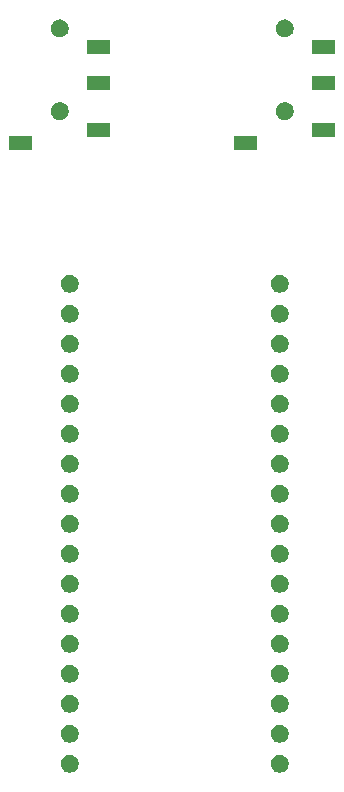
<source format=gts>
G04 #@! TF.GenerationSoftware,KiCad,Pcbnew,5.0.1-33cea8e~68~ubuntu18.04.1*
G04 #@! TF.CreationDate,2018-10-28T17:00:29+09:00*
G04 #@! TF.ProjectId,pendant,70656E64616E742E6B696361645F7063,rev?*
G04 #@! TF.SameCoordinates,Original*
G04 #@! TF.FileFunction,Soldermask,Top*
G04 #@! TF.FilePolarity,Negative*
%FSLAX46Y46*%
G04 Gerber Fmt 4.6, Leading zero omitted, Abs format (unit mm)*
G04 Created by KiCad (PCBNEW 5.0.1-33cea8e~68~ubuntu18.04.1) date 2018年10月28日 17時00分29秒*
%MOMM*%
%LPD*%
G01*
G04 APERTURE LIST*
%ADD10C,0.100000*%
G04 APERTURE END LIST*
D10*
G36*
X141988196Y-124352523D02*
X142037268Y-124362284D01*
X142175943Y-124419725D01*
X142300751Y-124503119D01*
X142406883Y-124609251D01*
X142490277Y-124734059D01*
X142547718Y-124872735D01*
X142577001Y-125019949D01*
X142577001Y-125170053D01*
X142547718Y-125317267D01*
X142490277Y-125455943D01*
X142406883Y-125580751D01*
X142300751Y-125686883D01*
X142300748Y-125686885D01*
X142175943Y-125770277D01*
X142037268Y-125827718D01*
X141988196Y-125837479D01*
X141890053Y-125857001D01*
X141739949Y-125857001D01*
X141641806Y-125837479D01*
X141592734Y-125827718D01*
X141454059Y-125770277D01*
X141329254Y-125686885D01*
X141329251Y-125686883D01*
X141223119Y-125580751D01*
X141139725Y-125455943D01*
X141082284Y-125317267D01*
X141053001Y-125170053D01*
X141053001Y-125019949D01*
X141082284Y-124872735D01*
X141139725Y-124734059D01*
X141223119Y-124609251D01*
X141329251Y-124503119D01*
X141454059Y-124419725D01*
X141592734Y-124362284D01*
X141641806Y-124352523D01*
X141739949Y-124333001D01*
X141890053Y-124333001D01*
X141988196Y-124352523D01*
X141988196Y-124352523D01*
G37*
G36*
X124208196Y-124352523D02*
X124257268Y-124362284D01*
X124395943Y-124419725D01*
X124520751Y-124503119D01*
X124626883Y-124609251D01*
X124710277Y-124734059D01*
X124767718Y-124872735D01*
X124797001Y-125019949D01*
X124797001Y-125170053D01*
X124767718Y-125317267D01*
X124710277Y-125455943D01*
X124626883Y-125580751D01*
X124520751Y-125686883D01*
X124520748Y-125686885D01*
X124395943Y-125770277D01*
X124257268Y-125827718D01*
X124208196Y-125837479D01*
X124110053Y-125857001D01*
X123959949Y-125857001D01*
X123861806Y-125837479D01*
X123812734Y-125827718D01*
X123674059Y-125770277D01*
X123549254Y-125686885D01*
X123549251Y-125686883D01*
X123443119Y-125580751D01*
X123359725Y-125455943D01*
X123302284Y-125317267D01*
X123273001Y-125170053D01*
X123273001Y-125019949D01*
X123302284Y-124872735D01*
X123359725Y-124734059D01*
X123443119Y-124609251D01*
X123549251Y-124503119D01*
X123674059Y-124419725D01*
X123812734Y-124362284D01*
X123861806Y-124352523D01*
X123959949Y-124333001D01*
X124110053Y-124333001D01*
X124208196Y-124352523D01*
X124208196Y-124352523D01*
G37*
G36*
X141988196Y-121812523D02*
X142037268Y-121822284D01*
X142175943Y-121879725D01*
X142300751Y-121963119D01*
X142406883Y-122069251D01*
X142490277Y-122194059D01*
X142547718Y-122332735D01*
X142577001Y-122479949D01*
X142577001Y-122630053D01*
X142547718Y-122777267D01*
X142490277Y-122915943D01*
X142406883Y-123040751D01*
X142300751Y-123146883D01*
X142300748Y-123146885D01*
X142175943Y-123230277D01*
X142037268Y-123287718D01*
X141988196Y-123297479D01*
X141890053Y-123317001D01*
X141739949Y-123317001D01*
X141641806Y-123297479D01*
X141592734Y-123287718D01*
X141454059Y-123230277D01*
X141329254Y-123146885D01*
X141329251Y-123146883D01*
X141223119Y-123040751D01*
X141139725Y-122915943D01*
X141082284Y-122777267D01*
X141053001Y-122630053D01*
X141053001Y-122479949D01*
X141082284Y-122332735D01*
X141139725Y-122194059D01*
X141223119Y-122069251D01*
X141329251Y-121963119D01*
X141454059Y-121879725D01*
X141592734Y-121822284D01*
X141641806Y-121812523D01*
X141739949Y-121793001D01*
X141890053Y-121793001D01*
X141988196Y-121812523D01*
X141988196Y-121812523D01*
G37*
G36*
X124208196Y-121812523D02*
X124257268Y-121822284D01*
X124395943Y-121879725D01*
X124520751Y-121963119D01*
X124626883Y-122069251D01*
X124710277Y-122194059D01*
X124767718Y-122332735D01*
X124797001Y-122479949D01*
X124797001Y-122630053D01*
X124767718Y-122777267D01*
X124710277Y-122915943D01*
X124626883Y-123040751D01*
X124520751Y-123146883D01*
X124520748Y-123146885D01*
X124395943Y-123230277D01*
X124257268Y-123287718D01*
X124208196Y-123297479D01*
X124110053Y-123317001D01*
X123959949Y-123317001D01*
X123861806Y-123297479D01*
X123812734Y-123287718D01*
X123674059Y-123230277D01*
X123549254Y-123146885D01*
X123549251Y-123146883D01*
X123443119Y-123040751D01*
X123359725Y-122915943D01*
X123302284Y-122777267D01*
X123273001Y-122630053D01*
X123273001Y-122479949D01*
X123302284Y-122332735D01*
X123359725Y-122194059D01*
X123443119Y-122069251D01*
X123549251Y-121963119D01*
X123674059Y-121879725D01*
X123812734Y-121822284D01*
X123861806Y-121812523D01*
X123959949Y-121793001D01*
X124110053Y-121793001D01*
X124208196Y-121812523D01*
X124208196Y-121812523D01*
G37*
G36*
X124208196Y-119272523D02*
X124257268Y-119282284D01*
X124395943Y-119339725D01*
X124520751Y-119423119D01*
X124626883Y-119529251D01*
X124710277Y-119654059D01*
X124767718Y-119792735D01*
X124797001Y-119939949D01*
X124797001Y-120090053D01*
X124767718Y-120237267D01*
X124710277Y-120375943D01*
X124626883Y-120500751D01*
X124520751Y-120606883D01*
X124520748Y-120606885D01*
X124395943Y-120690277D01*
X124257268Y-120747718D01*
X124208196Y-120757479D01*
X124110053Y-120777001D01*
X123959949Y-120777001D01*
X123861806Y-120757479D01*
X123812734Y-120747718D01*
X123674059Y-120690277D01*
X123549254Y-120606885D01*
X123549251Y-120606883D01*
X123443119Y-120500751D01*
X123359725Y-120375943D01*
X123302284Y-120237267D01*
X123273001Y-120090053D01*
X123273001Y-119939949D01*
X123302284Y-119792735D01*
X123359725Y-119654059D01*
X123443119Y-119529251D01*
X123549251Y-119423119D01*
X123674059Y-119339725D01*
X123812734Y-119282284D01*
X123861806Y-119272523D01*
X123959949Y-119253001D01*
X124110053Y-119253001D01*
X124208196Y-119272523D01*
X124208196Y-119272523D01*
G37*
G36*
X141988196Y-119272523D02*
X142037268Y-119282284D01*
X142175943Y-119339725D01*
X142300751Y-119423119D01*
X142406883Y-119529251D01*
X142490277Y-119654059D01*
X142547718Y-119792735D01*
X142577001Y-119939949D01*
X142577001Y-120090053D01*
X142547718Y-120237267D01*
X142490277Y-120375943D01*
X142406883Y-120500751D01*
X142300751Y-120606883D01*
X142300748Y-120606885D01*
X142175943Y-120690277D01*
X142037268Y-120747718D01*
X141988196Y-120757479D01*
X141890053Y-120777001D01*
X141739949Y-120777001D01*
X141641806Y-120757479D01*
X141592734Y-120747718D01*
X141454059Y-120690277D01*
X141329254Y-120606885D01*
X141329251Y-120606883D01*
X141223119Y-120500751D01*
X141139725Y-120375943D01*
X141082284Y-120237267D01*
X141053001Y-120090053D01*
X141053001Y-119939949D01*
X141082284Y-119792735D01*
X141139725Y-119654059D01*
X141223119Y-119529251D01*
X141329251Y-119423119D01*
X141454059Y-119339725D01*
X141592734Y-119282284D01*
X141641806Y-119272523D01*
X141739949Y-119253001D01*
X141890053Y-119253001D01*
X141988196Y-119272523D01*
X141988196Y-119272523D01*
G37*
G36*
X141988196Y-116732523D02*
X142037268Y-116742284D01*
X142175943Y-116799725D01*
X142300751Y-116883119D01*
X142406883Y-116989251D01*
X142490277Y-117114059D01*
X142547718Y-117252735D01*
X142577001Y-117399949D01*
X142577001Y-117550053D01*
X142547718Y-117697267D01*
X142490277Y-117835943D01*
X142406883Y-117960751D01*
X142300751Y-118066883D01*
X142300748Y-118066885D01*
X142175943Y-118150277D01*
X142037268Y-118207718D01*
X141988196Y-118217479D01*
X141890053Y-118237001D01*
X141739949Y-118237001D01*
X141641806Y-118217479D01*
X141592734Y-118207718D01*
X141454059Y-118150277D01*
X141329254Y-118066885D01*
X141329251Y-118066883D01*
X141223119Y-117960751D01*
X141139725Y-117835943D01*
X141082284Y-117697267D01*
X141053001Y-117550053D01*
X141053001Y-117399949D01*
X141082284Y-117252735D01*
X141139725Y-117114059D01*
X141223119Y-116989251D01*
X141329251Y-116883119D01*
X141454059Y-116799725D01*
X141592734Y-116742284D01*
X141641806Y-116732523D01*
X141739949Y-116713001D01*
X141890053Y-116713001D01*
X141988196Y-116732523D01*
X141988196Y-116732523D01*
G37*
G36*
X124208196Y-116732523D02*
X124257268Y-116742284D01*
X124395943Y-116799725D01*
X124520751Y-116883119D01*
X124626883Y-116989251D01*
X124710277Y-117114059D01*
X124767718Y-117252735D01*
X124797001Y-117399949D01*
X124797001Y-117550053D01*
X124767718Y-117697267D01*
X124710277Y-117835943D01*
X124626883Y-117960751D01*
X124520751Y-118066883D01*
X124520748Y-118066885D01*
X124395943Y-118150277D01*
X124257268Y-118207718D01*
X124208196Y-118217479D01*
X124110053Y-118237001D01*
X123959949Y-118237001D01*
X123861806Y-118217479D01*
X123812734Y-118207718D01*
X123674059Y-118150277D01*
X123549254Y-118066885D01*
X123549251Y-118066883D01*
X123443119Y-117960751D01*
X123359725Y-117835943D01*
X123302284Y-117697267D01*
X123273001Y-117550053D01*
X123273001Y-117399949D01*
X123302284Y-117252735D01*
X123359725Y-117114059D01*
X123443119Y-116989251D01*
X123549251Y-116883119D01*
X123674059Y-116799725D01*
X123812734Y-116742284D01*
X123861806Y-116732523D01*
X123959949Y-116713001D01*
X124110053Y-116713001D01*
X124208196Y-116732523D01*
X124208196Y-116732523D01*
G37*
G36*
X141988196Y-114192523D02*
X142037268Y-114202284D01*
X142175943Y-114259725D01*
X142300751Y-114343119D01*
X142406883Y-114449251D01*
X142490277Y-114574059D01*
X142547718Y-114712735D01*
X142577001Y-114859949D01*
X142577001Y-115010053D01*
X142547718Y-115157267D01*
X142490277Y-115295943D01*
X142406883Y-115420751D01*
X142300751Y-115526883D01*
X142300748Y-115526885D01*
X142175943Y-115610277D01*
X142037268Y-115667718D01*
X141988196Y-115677479D01*
X141890053Y-115697001D01*
X141739949Y-115697001D01*
X141641806Y-115677479D01*
X141592734Y-115667718D01*
X141454059Y-115610277D01*
X141329254Y-115526885D01*
X141329251Y-115526883D01*
X141223119Y-115420751D01*
X141139725Y-115295943D01*
X141082284Y-115157267D01*
X141053001Y-115010053D01*
X141053001Y-114859949D01*
X141082284Y-114712735D01*
X141139725Y-114574059D01*
X141223119Y-114449251D01*
X141329251Y-114343119D01*
X141454059Y-114259725D01*
X141592734Y-114202284D01*
X141641806Y-114192523D01*
X141739949Y-114173001D01*
X141890053Y-114173001D01*
X141988196Y-114192523D01*
X141988196Y-114192523D01*
G37*
G36*
X124208196Y-114192523D02*
X124257268Y-114202284D01*
X124395943Y-114259725D01*
X124520751Y-114343119D01*
X124626883Y-114449251D01*
X124710277Y-114574059D01*
X124767718Y-114712735D01*
X124797001Y-114859949D01*
X124797001Y-115010053D01*
X124767718Y-115157267D01*
X124710277Y-115295943D01*
X124626883Y-115420751D01*
X124520751Y-115526883D01*
X124520748Y-115526885D01*
X124395943Y-115610277D01*
X124257268Y-115667718D01*
X124208196Y-115677479D01*
X124110053Y-115697001D01*
X123959949Y-115697001D01*
X123861806Y-115677479D01*
X123812734Y-115667718D01*
X123674059Y-115610277D01*
X123549254Y-115526885D01*
X123549251Y-115526883D01*
X123443119Y-115420751D01*
X123359725Y-115295943D01*
X123302284Y-115157267D01*
X123273001Y-115010053D01*
X123273001Y-114859949D01*
X123302284Y-114712735D01*
X123359725Y-114574059D01*
X123443119Y-114449251D01*
X123549251Y-114343119D01*
X123674059Y-114259725D01*
X123812734Y-114202284D01*
X123861806Y-114192523D01*
X123959949Y-114173001D01*
X124110053Y-114173001D01*
X124208196Y-114192523D01*
X124208196Y-114192523D01*
G37*
G36*
X141988196Y-111652523D02*
X142037268Y-111662284D01*
X142175943Y-111719725D01*
X142300751Y-111803119D01*
X142406883Y-111909251D01*
X142490277Y-112034059D01*
X142547718Y-112172735D01*
X142577001Y-112319949D01*
X142577001Y-112470053D01*
X142547718Y-112617267D01*
X142490277Y-112755943D01*
X142406883Y-112880751D01*
X142300751Y-112986883D01*
X142300748Y-112986885D01*
X142175943Y-113070277D01*
X142037268Y-113127718D01*
X141988196Y-113137479D01*
X141890053Y-113157001D01*
X141739949Y-113157001D01*
X141641806Y-113137479D01*
X141592734Y-113127718D01*
X141454059Y-113070277D01*
X141329254Y-112986885D01*
X141329251Y-112986883D01*
X141223119Y-112880751D01*
X141139725Y-112755943D01*
X141082284Y-112617267D01*
X141053001Y-112470053D01*
X141053001Y-112319949D01*
X141082284Y-112172735D01*
X141139725Y-112034059D01*
X141223119Y-111909251D01*
X141329251Y-111803119D01*
X141454059Y-111719725D01*
X141592734Y-111662284D01*
X141641806Y-111652523D01*
X141739949Y-111633001D01*
X141890053Y-111633001D01*
X141988196Y-111652523D01*
X141988196Y-111652523D01*
G37*
G36*
X124208196Y-111652523D02*
X124257268Y-111662284D01*
X124395943Y-111719725D01*
X124520751Y-111803119D01*
X124626883Y-111909251D01*
X124710277Y-112034059D01*
X124767718Y-112172735D01*
X124797001Y-112319949D01*
X124797001Y-112470053D01*
X124767718Y-112617267D01*
X124710277Y-112755943D01*
X124626883Y-112880751D01*
X124520751Y-112986883D01*
X124520748Y-112986885D01*
X124395943Y-113070277D01*
X124257268Y-113127718D01*
X124208196Y-113137479D01*
X124110053Y-113157001D01*
X123959949Y-113157001D01*
X123861806Y-113137479D01*
X123812734Y-113127718D01*
X123674059Y-113070277D01*
X123549254Y-112986885D01*
X123549251Y-112986883D01*
X123443119Y-112880751D01*
X123359725Y-112755943D01*
X123302284Y-112617267D01*
X123273001Y-112470053D01*
X123273001Y-112319949D01*
X123302284Y-112172735D01*
X123359725Y-112034059D01*
X123443119Y-111909251D01*
X123549251Y-111803119D01*
X123674059Y-111719725D01*
X123812734Y-111662284D01*
X123861806Y-111652523D01*
X123959949Y-111633001D01*
X124110053Y-111633001D01*
X124208196Y-111652523D01*
X124208196Y-111652523D01*
G37*
G36*
X124208196Y-109112523D02*
X124257268Y-109122284D01*
X124395943Y-109179725D01*
X124520751Y-109263119D01*
X124626883Y-109369251D01*
X124710277Y-109494059D01*
X124767718Y-109632735D01*
X124797001Y-109779949D01*
X124797001Y-109930053D01*
X124767718Y-110077267D01*
X124710277Y-110215943D01*
X124626883Y-110340751D01*
X124520751Y-110446883D01*
X124520748Y-110446885D01*
X124395943Y-110530277D01*
X124257268Y-110587718D01*
X124208196Y-110597479D01*
X124110053Y-110617001D01*
X123959949Y-110617001D01*
X123861806Y-110597479D01*
X123812734Y-110587718D01*
X123674059Y-110530277D01*
X123549254Y-110446885D01*
X123549251Y-110446883D01*
X123443119Y-110340751D01*
X123359725Y-110215943D01*
X123302284Y-110077267D01*
X123273001Y-109930053D01*
X123273001Y-109779949D01*
X123302284Y-109632735D01*
X123359725Y-109494059D01*
X123443119Y-109369251D01*
X123549251Y-109263119D01*
X123674059Y-109179725D01*
X123812734Y-109122284D01*
X123861806Y-109112523D01*
X123959949Y-109093001D01*
X124110053Y-109093001D01*
X124208196Y-109112523D01*
X124208196Y-109112523D01*
G37*
G36*
X141988196Y-109112523D02*
X142037268Y-109122284D01*
X142175943Y-109179725D01*
X142300751Y-109263119D01*
X142406883Y-109369251D01*
X142490277Y-109494059D01*
X142547718Y-109632735D01*
X142577001Y-109779949D01*
X142577001Y-109930053D01*
X142547718Y-110077267D01*
X142490277Y-110215943D01*
X142406883Y-110340751D01*
X142300751Y-110446883D01*
X142300748Y-110446885D01*
X142175943Y-110530277D01*
X142037268Y-110587718D01*
X141988196Y-110597479D01*
X141890053Y-110617001D01*
X141739949Y-110617001D01*
X141641806Y-110597479D01*
X141592734Y-110587718D01*
X141454059Y-110530277D01*
X141329254Y-110446885D01*
X141329251Y-110446883D01*
X141223119Y-110340751D01*
X141139725Y-110215943D01*
X141082284Y-110077267D01*
X141053001Y-109930053D01*
X141053001Y-109779949D01*
X141082284Y-109632735D01*
X141139725Y-109494059D01*
X141223119Y-109369251D01*
X141329251Y-109263119D01*
X141454059Y-109179725D01*
X141592734Y-109122284D01*
X141641806Y-109112523D01*
X141739949Y-109093001D01*
X141890053Y-109093001D01*
X141988196Y-109112523D01*
X141988196Y-109112523D01*
G37*
G36*
X124208196Y-106572523D02*
X124257268Y-106582284D01*
X124395943Y-106639725D01*
X124520751Y-106723119D01*
X124626883Y-106829251D01*
X124710277Y-106954059D01*
X124767718Y-107092735D01*
X124797001Y-107239949D01*
X124797001Y-107390053D01*
X124767718Y-107537267D01*
X124710277Y-107675943D01*
X124626883Y-107800751D01*
X124520751Y-107906883D01*
X124520748Y-107906885D01*
X124395943Y-107990277D01*
X124257268Y-108047718D01*
X124208196Y-108057479D01*
X124110053Y-108077001D01*
X123959949Y-108077001D01*
X123861806Y-108057479D01*
X123812734Y-108047718D01*
X123674059Y-107990277D01*
X123549254Y-107906885D01*
X123549251Y-107906883D01*
X123443119Y-107800751D01*
X123359725Y-107675943D01*
X123302284Y-107537267D01*
X123273001Y-107390053D01*
X123273001Y-107239949D01*
X123302284Y-107092735D01*
X123359725Y-106954059D01*
X123443119Y-106829251D01*
X123549251Y-106723119D01*
X123674059Y-106639725D01*
X123812734Y-106582284D01*
X123861806Y-106572523D01*
X123959949Y-106553001D01*
X124110053Y-106553001D01*
X124208196Y-106572523D01*
X124208196Y-106572523D01*
G37*
G36*
X141988196Y-106572523D02*
X142037268Y-106582284D01*
X142175943Y-106639725D01*
X142300751Y-106723119D01*
X142406883Y-106829251D01*
X142490277Y-106954059D01*
X142547718Y-107092735D01*
X142577001Y-107239949D01*
X142577001Y-107390053D01*
X142547718Y-107537267D01*
X142490277Y-107675943D01*
X142406883Y-107800751D01*
X142300751Y-107906883D01*
X142300748Y-107906885D01*
X142175943Y-107990277D01*
X142037268Y-108047718D01*
X141988196Y-108057479D01*
X141890053Y-108077001D01*
X141739949Y-108077001D01*
X141641806Y-108057479D01*
X141592734Y-108047718D01*
X141454059Y-107990277D01*
X141329254Y-107906885D01*
X141329251Y-107906883D01*
X141223119Y-107800751D01*
X141139725Y-107675943D01*
X141082284Y-107537267D01*
X141053001Y-107390053D01*
X141053001Y-107239949D01*
X141082284Y-107092735D01*
X141139725Y-106954059D01*
X141223119Y-106829251D01*
X141329251Y-106723119D01*
X141454059Y-106639725D01*
X141592734Y-106582284D01*
X141641806Y-106572523D01*
X141739949Y-106553001D01*
X141890053Y-106553001D01*
X141988196Y-106572523D01*
X141988196Y-106572523D01*
G37*
G36*
X141988196Y-104032523D02*
X142037268Y-104042284D01*
X142175943Y-104099725D01*
X142300751Y-104183119D01*
X142406883Y-104289251D01*
X142490277Y-104414059D01*
X142547718Y-104552735D01*
X142577001Y-104699949D01*
X142577001Y-104850053D01*
X142547718Y-104997267D01*
X142490277Y-105135943D01*
X142406883Y-105260751D01*
X142300751Y-105366883D01*
X142300748Y-105366885D01*
X142175943Y-105450277D01*
X142037268Y-105507718D01*
X141988196Y-105517479D01*
X141890053Y-105537001D01*
X141739949Y-105537001D01*
X141641806Y-105517479D01*
X141592734Y-105507718D01*
X141454059Y-105450277D01*
X141329254Y-105366885D01*
X141329251Y-105366883D01*
X141223119Y-105260751D01*
X141139725Y-105135943D01*
X141082284Y-104997267D01*
X141053001Y-104850053D01*
X141053001Y-104699949D01*
X141082284Y-104552735D01*
X141139725Y-104414059D01*
X141223119Y-104289251D01*
X141329251Y-104183119D01*
X141454059Y-104099725D01*
X141592734Y-104042284D01*
X141641806Y-104032523D01*
X141739949Y-104013001D01*
X141890053Y-104013001D01*
X141988196Y-104032523D01*
X141988196Y-104032523D01*
G37*
G36*
X124208196Y-104032523D02*
X124257268Y-104042284D01*
X124395943Y-104099725D01*
X124520751Y-104183119D01*
X124626883Y-104289251D01*
X124710277Y-104414059D01*
X124767718Y-104552735D01*
X124797001Y-104699949D01*
X124797001Y-104850053D01*
X124767718Y-104997267D01*
X124710277Y-105135943D01*
X124626883Y-105260751D01*
X124520751Y-105366883D01*
X124520748Y-105366885D01*
X124395943Y-105450277D01*
X124257268Y-105507718D01*
X124208196Y-105517479D01*
X124110053Y-105537001D01*
X123959949Y-105537001D01*
X123861806Y-105517479D01*
X123812734Y-105507718D01*
X123674059Y-105450277D01*
X123549254Y-105366885D01*
X123549251Y-105366883D01*
X123443119Y-105260751D01*
X123359725Y-105135943D01*
X123302284Y-104997267D01*
X123273001Y-104850053D01*
X123273001Y-104699949D01*
X123302284Y-104552735D01*
X123359725Y-104414059D01*
X123443119Y-104289251D01*
X123549251Y-104183119D01*
X123674059Y-104099725D01*
X123812734Y-104042284D01*
X123861806Y-104032523D01*
X123959949Y-104013001D01*
X124110053Y-104013001D01*
X124208196Y-104032523D01*
X124208196Y-104032523D01*
G37*
G36*
X124208196Y-101492523D02*
X124257268Y-101502284D01*
X124395943Y-101559725D01*
X124520751Y-101643119D01*
X124626883Y-101749251D01*
X124710277Y-101874059D01*
X124767718Y-102012735D01*
X124797001Y-102159949D01*
X124797001Y-102310053D01*
X124767718Y-102457267D01*
X124710277Y-102595943D01*
X124626883Y-102720751D01*
X124520751Y-102826883D01*
X124520748Y-102826885D01*
X124395943Y-102910277D01*
X124257268Y-102967718D01*
X124208196Y-102977479D01*
X124110053Y-102997001D01*
X123959949Y-102997001D01*
X123861806Y-102977479D01*
X123812734Y-102967718D01*
X123674059Y-102910277D01*
X123549254Y-102826885D01*
X123549251Y-102826883D01*
X123443119Y-102720751D01*
X123359725Y-102595943D01*
X123302284Y-102457267D01*
X123273001Y-102310053D01*
X123273001Y-102159949D01*
X123302284Y-102012735D01*
X123359725Y-101874059D01*
X123443119Y-101749251D01*
X123549251Y-101643119D01*
X123674059Y-101559725D01*
X123812734Y-101502284D01*
X123861806Y-101492523D01*
X123959949Y-101473001D01*
X124110053Y-101473001D01*
X124208196Y-101492523D01*
X124208196Y-101492523D01*
G37*
G36*
X141988196Y-101492523D02*
X142037268Y-101502284D01*
X142175943Y-101559725D01*
X142300751Y-101643119D01*
X142406883Y-101749251D01*
X142490277Y-101874059D01*
X142547718Y-102012735D01*
X142577001Y-102159949D01*
X142577001Y-102310053D01*
X142547718Y-102457267D01*
X142490277Y-102595943D01*
X142406883Y-102720751D01*
X142300751Y-102826883D01*
X142300748Y-102826885D01*
X142175943Y-102910277D01*
X142037268Y-102967718D01*
X141988196Y-102977479D01*
X141890053Y-102997001D01*
X141739949Y-102997001D01*
X141641806Y-102977479D01*
X141592734Y-102967718D01*
X141454059Y-102910277D01*
X141329254Y-102826885D01*
X141329251Y-102826883D01*
X141223119Y-102720751D01*
X141139725Y-102595943D01*
X141082284Y-102457267D01*
X141053001Y-102310053D01*
X141053001Y-102159949D01*
X141082284Y-102012735D01*
X141139725Y-101874059D01*
X141223119Y-101749251D01*
X141329251Y-101643119D01*
X141454059Y-101559725D01*
X141592734Y-101502284D01*
X141641806Y-101492523D01*
X141739949Y-101473001D01*
X141890053Y-101473001D01*
X141988196Y-101492523D01*
X141988196Y-101492523D01*
G37*
G36*
X124208196Y-98952523D02*
X124257268Y-98962284D01*
X124395943Y-99019725D01*
X124520751Y-99103119D01*
X124626883Y-99209251D01*
X124710277Y-99334059D01*
X124767718Y-99472735D01*
X124797001Y-99619949D01*
X124797001Y-99770053D01*
X124767718Y-99917267D01*
X124710277Y-100055943D01*
X124626883Y-100180751D01*
X124520751Y-100286883D01*
X124520748Y-100286885D01*
X124395943Y-100370277D01*
X124257268Y-100427718D01*
X124208196Y-100437479D01*
X124110053Y-100457001D01*
X123959949Y-100457001D01*
X123861806Y-100437479D01*
X123812734Y-100427718D01*
X123674059Y-100370277D01*
X123549254Y-100286885D01*
X123549251Y-100286883D01*
X123443119Y-100180751D01*
X123359725Y-100055943D01*
X123302284Y-99917267D01*
X123273001Y-99770053D01*
X123273001Y-99619949D01*
X123302284Y-99472735D01*
X123359725Y-99334059D01*
X123443119Y-99209251D01*
X123549251Y-99103119D01*
X123674059Y-99019725D01*
X123812734Y-98962284D01*
X123861806Y-98952523D01*
X123959949Y-98933001D01*
X124110053Y-98933001D01*
X124208196Y-98952523D01*
X124208196Y-98952523D01*
G37*
G36*
X141988196Y-98952523D02*
X142037268Y-98962284D01*
X142175943Y-99019725D01*
X142300751Y-99103119D01*
X142406883Y-99209251D01*
X142490277Y-99334059D01*
X142547718Y-99472735D01*
X142577001Y-99619949D01*
X142577001Y-99770053D01*
X142547718Y-99917267D01*
X142490277Y-100055943D01*
X142406883Y-100180751D01*
X142300751Y-100286883D01*
X142300748Y-100286885D01*
X142175943Y-100370277D01*
X142037268Y-100427718D01*
X141988196Y-100437479D01*
X141890053Y-100457001D01*
X141739949Y-100457001D01*
X141641806Y-100437479D01*
X141592734Y-100427718D01*
X141454059Y-100370277D01*
X141329254Y-100286885D01*
X141329251Y-100286883D01*
X141223119Y-100180751D01*
X141139725Y-100055943D01*
X141082284Y-99917267D01*
X141053001Y-99770053D01*
X141053001Y-99619949D01*
X141082284Y-99472735D01*
X141139725Y-99334059D01*
X141223119Y-99209251D01*
X141329251Y-99103119D01*
X141454059Y-99019725D01*
X141592734Y-98962284D01*
X141641806Y-98952523D01*
X141739949Y-98933001D01*
X141890053Y-98933001D01*
X141988196Y-98952523D01*
X141988196Y-98952523D01*
G37*
G36*
X124208196Y-96412523D02*
X124257268Y-96422284D01*
X124395943Y-96479725D01*
X124520751Y-96563119D01*
X124626883Y-96669251D01*
X124710277Y-96794059D01*
X124767718Y-96932735D01*
X124797001Y-97079949D01*
X124797001Y-97230053D01*
X124767718Y-97377267D01*
X124710277Y-97515943D01*
X124626883Y-97640751D01*
X124520751Y-97746883D01*
X124520748Y-97746885D01*
X124395943Y-97830277D01*
X124257268Y-97887718D01*
X124208196Y-97897479D01*
X124110053Y-97917001D01*
X123959949Y-97917001D01*
X123861806Y-97897479D01*
X123812734Y-97887718D01*
X123674059Y-97830277D01*
X123549254Y-97746885D01*
X123549251Y-97746883D01*
X123443119Y-97640751D01*
X123359725Y-97515943D01*
X123302284Y-97377267D01*
X123273001Y-97230053D01*
X123273001Y-97079949D01*
X123302284Y-96932735D01*
X123359725Y-96794059D01*
X123443119Y-96669251D01*
X123549251Y-96563119D01*
X123674059Y-96479725D01*
X123812734Y-96422284D01*
X123861806Y-96412523D01*
X123959949Y-96393001D01*
X124110053Y-96393001D01*
X124208196Y-96412523D01*
X124208196Y-96412523D01*
G37*
G36*
X141988196Y-96412523D02*
X142037268Y-96422284D01*
X142175943Y-96479725D01*
X142300751Y-96563119D01*
X142406883Y-96669251D01*
X142490277Y-96794059D01*
X142547718Y-96932735D01*
X142577001Y-97079949D01*
X142577001Y-97230053D01*
X142547718Y-97377267D01*
X142490277Y-97515943D01*
X142406883Y-97640751D01*
X142300751Y-97746883D01*
X142300748Y-97746885D01*
X142175943Y-97830277D01*
X142037268Y-97887718D01*
X141988196Y-97897479D01*
X141890053Y-97917001D01*
X141739949Y-97917001D01*
X141641806Y-97897479D01*
X141592734Y-97887718D01*
X141454059Y-97830277D01*
X141329254Y-97746885D01*
X141329251Y-97746883D01*
X141223119Y-97640751D01*
X141139725Y-97515943D01*
X141082284Y-97377267D01*
X141053001Y-97230053D01*
X141053001Y-97079949D01*
X141082284Y-96932735D01*
X141139725Y-96794059D01*
X141223119Y-96669251D01*
X141329251Y-96563119D01*
X141454059Y-96479725D01*
X141592734Y-96422284D01*
X141641806Y-96412523D01*
X141739949Y-96393001D01*
X141890053Y-96393001D01*
X141988196Y-96412523D01*
X141988196Y-96412523D01*
G37*
G36*
X141988196Y-93872523D02*
X142037268Y-93882284D01*
X142175943Y-93939725D01*
X142300751Y-94023119D01*
X142406883Y-94129251D01*
X142490277Y-94254059D01*
X142547718Y-94392735D01*
X142577001Y-94539949D01*
X142577001Y-94690053D01*
X142547718Y-94837267D01*
X142490277Y-94975943D01*
X142406883Y-95100751D01*
X142300751Y-95206883D01*
X142300748Y-95206885D01*
X142175943Y-95290277D01*
X142037268Y-95347718D01*
X141988196Y-95357479D01*
X141890053Y-95377001D01*
X141739949Y-95377001D01*
X141641806Y-95357479D01*
X141592734Y-95347718D01*
X141454059Y-95290277D01*
X141329254Y-95206885D01*
X141329251Y-95206883D01*
X141223119Y-95100751D01*
X141139725Y-94975943D01*
X141082284Y-94837267D01*
X141053001Y-94690053D01*
X141053001Y-94539949D01*
X141082284Y-94392735D01*
X141139725Y-94254059D01*
X141223119Y-94129251D01*
X141329251Y-94023119D01*
X141454059Y-93939725D01*
X141592734Y-93882284D01*
X141641806Y-93872523D01*
X141739949Y-93853001D01*
X141890053Y-93853001D01*
X141988196Y-93872523D01*
X141988196Y-93872523D01*
G37*
G36*
X124208196Y-93872523D02*
X124257268Y-93882284D01*
X124395943Y-93939725D01*
X124520751Y-94023119D01*
X124626883Y-94129251D01*
X124710277Y-94254059D01*
X124767718Y-94392735D01*
X124797001Y-94539949D01*
X124797001Y-94690053D01*
X124767718Y-94837267D01*
X124710277Y-94975943D01*
X124626883Y-95100751D01*
X124520751Y-95206883D01*
X124520748Y-95206885D01*
X124395943Y-95290277D01*
X124257268Y-95347718D01*
X124208196Y-95357479D01*
X124110053Y-95377001D01*
X123959949Y-95377001D01*
X123861806Y-95357479D01*
X123812734Y-95347718D01*
X123674059Y-95290277D01*
X123549254Y-95206885D01*
X123549251Y-95206883D01*
X123443119Y-95100751D01*
X123359725Y-94975943D01*
X123302284Y-94837267D01*
X123273001Y-94690053D01*
X123273001Y-94539949D01*
X123302284Y-94392735D01*
X123359725Y-94254059D01*
X123443119Y-94129251D01*
X123549251Y-94023119D01*
X123674059Y-93939725D01*
X123812734Y-93882284D01*
X123861806Y-93872523D01*
X123959949Y-93853001D01*
X124110053Y-93853001D01*
X124208196Y-93872523D01*
X124208196Y-93872523D01*
G37*
G36*
X124208196Y-91332523D02*
X124257268Y-91342284D01*
X124395943Y-91399725D01*
X124520751Y-91483119D01*
X124626883Y-91589251D01*
X124710277Y-91714059D01*
X124767718Y-91852735D01*
X124797001Y-91999949D01*
X124797001Y-92150053D01*
X124767718Y-92297267D01*
X124710277Y-92435943D01*
X124626883Y-92560751D01*
X124520751Y-92666883D01*
X124520748Y-92666885D01*
X124395943Y-92750277D01*
X124257268Y-92807718D01*
X124208196Y-92817479D01*
X124110053Y-92837001D01*
X123959949Y-92837001D01*
X123861806Y-92817479D01*
X123812734Y-92807718D01*
X123674059Y-92750277D01*
X123549254Y-92666885D01*
X123549251Y-92666883D01*
X123443119Y-92560751D01*
X123359725Y-92435943D01*
X123302284Y-92297267D01*
X123273001Y-92150053D01*
X123273001Y-91999949D01*
X123302284Y-91852735D01*
X123359725Y-91714059D01*
X123443119Y-91589251D01*
X123549251Y-91483119D01*
X123674059Y-91399725D01*
X123812734Y-91342284D01*
X123861806Y-91332523D01*
X123959949Y-91313001D01*
X124110053Y-91313001D01*
X124208196Y-91332523D01*
X124208196Y-91332523D01*
G37*
G36*
X141988196Y-91332523D02*
X142037268Y-91342284D01*
X142175943Y-91399725D01*
X142300751Y-91483119D01*
X142406883Y-91589251D01*
X142490277Y-91714059D01*
X142547718Y-91852735D01*
X142577001Y-91999949D01*
X142577001Y-92150053D01*
X142547718Y-92297267D01*
X142490277Y-92435943D01*
X142406883Y-92560751D01*
X142300751Y-92666883D01*
X142300748Y-92666885D01*
X142175943Y-92750277D01*
X142037268Y-92807718D01*
X141988196Y-92817479D01*
X141890053Y-92837001D01*
X141739949Y-92837001D01*
X141641806Y-92817479D01*
X141592734Y-92807718D01*
X141454059Y-92750277D01*
X141329254Y-92666885D01*
X141329251Y-92666883D01*
X141223119Y-92560751D01*
X141139725Y-92435943D01*
X141082284Y-92297267D01*
X141053001Y-92150053D01*
X141053001Y-91999949D01*
X141082284Y-91852735D01*
X141139725Y-91714059D01*
X141223119Y-91589251D01*
X141329251Y-91483119D01*
X141454059Y-91399725D01*
X141592734Y-91342284D01*
X141641806Y-91332523D01*
X141739949Y-91313001D01*
X141890053Y-91313001D01*
X141988196Y-91332523D01*
X141988196Y-91332523D01*
G37*
G36*
X124208196Y-88792523D02*
X124257268Y-88802284D01*
X124395943Y-88859725D01*
X124520751Y-88943119D01*
X124626883Y-89049251D01*
X124710277Y-89174059D01*
X124767718Y-89312735D01*
X124797001Y-89459949D01*
X124797001Y-89610053D01*
X124767718Y-89757267D01*
X124710277Y-89895943D01*
X124626883Y-90020751D01*
X124520751Y-90126883D01*
X124520748Y-90126885D01*
X124395943Y-90210277D01*
X124257268Y-90267718D01*
X124208196Y-90277479D01*
X124110053Y-90297001D01*
X123959949Y-90297001D01*
X123861806Y-90277479D01*
X123812734Y-90267718D01*
X123674059Y-90210277D01*
X123549254Y-90126885D01*
X123549251Y-90126883D01*
X123443119Y-90020751D01*
X123359725Y-89895943D01*
X123302284Y-89757267D01*
X123273001Y-89610053D01*
X123273001Y-89459949D01*
X123302284Y-89312735D01*
X123359725Y-89174059D01*
X123443119Y-89049251D01*
X123549251Y-88943119D01*
X123674059Y-88859725D01*
X123812734Y-88802284D01*
X123861806Y-88792523D01*
X123959949Y-88773001D01*
X124110053Y-88773001D01*
X124208196Y-88792523D01*
X124208196Y-88792523D01*
G37*
G36*
X141988196Y-88792523D02*
X142037268Y-88802284D01*
X142175943Y-88859725D01*
X142300751Y-88943119D01*
X142406883Y-89049251D01*
X142490277Y-89174059D01*
X142547718Y-89312735D01*
X142577001Y-89459949D01*
X142577001Y-89610053D01*
X142547718Y-89757267D01*
X142490277Y-89895943D01*
X142406883Y-90020751D01*
X142300751Y-90126883D01*
X142300748Y-90126885D01*
X142175943Y-90210277D01*
X142037268Y-90267718D01*
X141988196Y-90277479D01*
X141890053Y-90297001D01*
X141739949Y-90297001D01*
X141641806Y-90277479D01*
X141592734Y-90267718D01*
X141454059Y-90210277D01*
X141329254Y-90126885D01*
X141329251Y-90126883D01*
X141223119Y-90020751D01*
X141139725Y-89895943D01*
X141082284Y-89757267D01*
X141053001Y-89610053D01*
X141053001Y-89459949D01*
X141082284Y-89312735D01*
X141139725Y-89174059D01*
X141223119Y-89049251D01*
X141329251Y-88943119D01*
X141454059Y-88859725D01*
X141592734Y-88802284D01*
X141641806Y-88792523D01*
X141739949Y-88773001D01*
X141890053Y-88773001D01*
X141988196Y-88792523D01*
X141988196Y-88792523D01*
G37*
G36*
X124208196Y-86252523D02*
X124257268Y-86262284D01*
X124395943Y-86319725D01*
X124520751Y-86403119D01*
X124626883Y-86509251D01*
X124710277Y-86634059D01*
X124767718Y-86772735D01*
X124797001Y-86919949D01*
X124797001Y-87070053D01*
X124767718Y-87217267D01*
X124710277Y-87355943D01*
X124626883Y-87480751D01*
X124520751Y-87586883D01*
X124520748Y-87586885D01*
X124395943Y-87670277D01*
X124257268Y-87727718D01*
X124208196Y-87737479D01*
X124110053Y-87757001D01*
X123959949Y-87757001D01*
X123861806Y-87737479D01*
X123812734Y-87727718D01*
X123674059Y-87670277D01*
X123549254Y-87586885D01*
X123549251Y-87586883D01*
X123443119Y-87480751D01*
X123359725Y-87355943D01*
X123302284Y-87217267D01*
X123273001Y-87070053D01*
X123273001Y-86919949D01*
X123302284Y-86772735D01*
X123359725Y-86634059D01*
X123443119Y-86509251D01*
X123549251Y-86403119D01*
X123674059Y-86319725D01*
X123812734Y-86262284D01*
X123861806Y-86252523D01*
X123959949Y-86233001D01*
X124110053Y-86233001D01*
X124208196Y-86252523D01*
X124208196Y-86252523D01*
G37*
G36*
X141988196Y-86252523D02*
X142037268Y-86262284D01*
X142175943Y-86319725D01*
X142300751Y-86403119D01*
X142406883Y-86509251D01*
X142490277Y-86634059D01*
X142547718Y-86772735D01*
X142577001Y-86919949D01*
X142577001Y-87070053D01*
X142547718Y-87217267D01*
X142490277Y-87355943D01*
X142406883Y-87480751D01*
X142300751Y-87586883D01*
X142300748Y-87586885D01*
X142175943Y-87670277D01*
X142037268Y-87727718D01*
X141988196Y-87737479D01*
X141890053Y-87757001D01*
X141739949Y-87757001D01*
X141641806Y-87737479D01*
X141592734Y-87727718D01*
X141454059Y-87670277D01*
X141329254Y-87586885D01*
X141329251Y-87586883D01*
X141223119Y-87480751D01*
X141139725Y-87355943D01*
X141082284Y-87217267D01*
X141053001Y-87070053D01*
X141053001Y-86919949D01*
X141082284Y-86772735D01*
X141139725Y-86634059D01*
X141223119Y-86509251D01*
X141329251Y-86403119D01*
X141454059Y-86319725D01*
X141592734Y-86262284D01*
X141641806Y-86252523D01*
X141739949Y-86233001D01*
X141890053Y-86233001D01*
X141988196Y-86252523D01*
X141988196Y-86252523D01*
G37*
G36*
X141988196Y-83712523D02*
X142037268Y-83722284D01*
X142175943Y-83779725D01*
X142300751Y-83863119D01*
X142406883Y-83969251D01*
X142490277Y-84094059D01*
X142547718Y-84232735D01*
X142577001Y-84379949D01*
X142577001Y-84530053D01*
X142547718Y-84677267D01*
X142490277Y-84815943D01*
X142406883Y-84940751D01*
X142300751Y-85046883D01*
X142300748Y-85046885D01*
X142175943Y-85130277D01*
X142037268Y-85187718D01*
X141988196Y-85197479D01*
X141890053Y-85217001D01*
X141739949Y-85217001D01*
X141641806Y-85197479D01*
X141592734Y-85187718D01*
X141454059Y-85130277D01*
X141329254Y-85046885D01*
X141329251Y-85046883D01*
X141223119Y-84940751D01*
X141139725Y-84815943D01*
X141082284Y-84677267D01*
X141053001Y-84530053D01*
X141053001Y-84379949D01*
X141082284Y-84232735D01*
X141139725Y-84094059D01*
X141223119Y-83969251D01*
X141329251Y-83863119D01*
X141454059Y-83779725D01*
X141592734Y-83722284D01*
X141641806Y-83712523D01*
X141739949Y-83693001D01*
X141890053Y-83693001D01*
X141988196Y-83712523D01*
X141988196Y-83712523D01*
G37*
G36*
X124208196Y-83712523D02*
X124257268Y-83722284D01*
X124395943Y-83779725D01*
X124520751Y-83863119D01*
X124626883Y-83969251D01*
X124710277Y-84094059D01*
X124767718Y-84232735D01*
X124797001Y-84379949D01*
X124797001Y-84530053D01*
X124767718Y-84677267D01*
X124710277Y-84815943D01*
X124626883Y-84940751D01*
X124520751Y-85046883D01*
X124520748Y-85046885D01*
X124395943Y-85130277D01*
X124257268Y-85187718D01*
X124208196Y-85197479D01*
X124110053Y-85217001D01*
X123959949Y-85217001D01*
X123861806Y-85197479D01*
X123812734Y-85187718D01*
X123674059Y-85130277D01*
X123549254Y-85046885D01*
X123549251Y-85046883D01*
X123443119Y-84940751D01*
X123359725Y-84815943D01*
X123302284Y-84677267D01*
X123273001Y-84530053D01*
X123273001Y-84379949D01*
X123302284Y-84232735D01*
X123359725Y-84094059D01*
X123443119Y-83969251D01*
X123549251Y-83863119D01*
X123674059Y-83779725D01*
X123812734Y-83722284D01*
X123861806Y-83712523D01*
X123959949Y-83693001D01*
X124110053Y-83693001D01*
X124208196Y-83712523D01*
X124208196Y-83712523D01*
G37*
G36*
X139940000Y-73160000D02*
X137940000Y-73160000D01*
X137940000Y-71960000D01*
X139940000Y-71960000D01*
X139940000Y-73160000D01*
X139940000Y-73160000D01*
G37*
G36*
X120890000Y-73160000D02*
X118890000Y-73160000D01*
X118890000Y-71960000D01*
X120890000Y-71960000D01*
X120890000Y-73160000D01*
X120890000Y-73160000D01*
G37*
G36*
X146540000Y-72060000D02*
X144540000Y-72060000D01*
X144540000Y-70860000D01*
X146540000Y-70860000D01*
X146540000Y-72060000D01*
X146540000Y-72060000D01*
G37*
G36*
X127490000Y-72060000D02*
X125490000Y-72060000D01*
X125490000Y-70860000D01*
X127490000Y-70860000D01*
X127490000Y-72060000D01*
X127490000Y-72060000D01*
G37*
G36*
X123363195Y-69117522D02*
X123412267Y-69127283D01*
X123550942Y-69184724D01*
X123675750Y-69268118D01*
X123781882Y-69374250D01*
X123865276Y-69499058D01*
X123922717Y-69637734D01*
X123952000Y-69784948D01*
X123952000Y-69935052D01*
X123922717Y-70082266D01*
X123865276Y-70220942D01*
X123781882Y-70345750D01*
X123675750Y-70451882D01*
X123675747Y-70451884D01*
X123550942Y-70535276D01*
X123412267Y-70592717D01*
X123363195Y-70602478D01*
X123265052Y-70622000D01*
X123114948Y-70622000D01*
X123016805Y-70602478D01*
X122967733Y-70592717D01*
X122829058Y-70535276D01*
X122704253Y-70451884D01*
X122704250Y-70451882D01*
X122598118Y-70345750D01*
X122514724Y-70220942D01*
X122457283Y-70082266D01*
X122428000Y-69935052D01*
X122428000Y-69784948D01*
X122457283Y-69637734D01*
X122514724Y-69499058D01*
X122598118Y-69374250D01*
X122704250Y-69268118D01*
X122829058Y-69184724D01*
X122967733Y-69127283D01*
X123016805Y-69117522D01*
X123114948Y-69098000D01*
X123265052Y-69098000D01*
X123363195Y-69117522D01*
X123363195Y-69117522D01*
G37*
G36*
X142413195Y-69117522D02*
X142462267Y-69127283D01*
X142600942Y-69184724D01*
X142725750Y-69268118D01*
X142831882Y-69374250D01*
X142915276Y-69499058D01*
X142972717Y-69637734D01*
X143002000Y-69784948D01*
X143002000Y-69935052D01*
X142972717Y-70082266D01*
X142915276Y-70220942D01*
X142831882Y-70345750D01*
X142725750Y-70451882D01*
X142725747Y-70451884D01*
X142600942Y-70535276D01*
X142462267Y-70592717D01*
X142413195Y-70602478D01*
X142315052Y-70622000D01*
X142164948Y-70622000D01*
X142066805Y-70602478D01*
X142017733Y-70592717D01*
X141879058Y-70535276D01*
X141754253Y-70451884D01*
X141754250Y-70451882D01*
X141648118Y-70345750D01*
X141564724Y-70220942D01*
X141507283Y-70082266D01*
X141478000Y-69935052D01*
X141478000Y-69784948D01*
X141507283Y-69637734D01*
X141564724Y-69499058D01*
X141648118Y-69374250D01*
X141754250Y-69268118D01*
X141879058Y-69184724D01*
X142017733Y-69127283D01*
X142066805Y-69117522D01*
X142164948Y-69098000D01*
X142315052Y-69098000D01*
X142413195Y-69117522D01*
X142413195Y-69117522D01*
G37*
G36*
X127490000Y-68060000D02*
X125490000Y-68060000D01*
X125490000Y-66860000D01*
X127490000Y-66860000D01*
X127490000Y-68060000D01*
X127490000Y-68060000D01*
G37*
G36*
X146540000Y-68060000D02*
X144540000Y-68060000D01*
X144540000Y-66860000D01*
X146540000Y-66860000D01*
X146540000Y-68060000D01*
X146540000Y-68060000D01*
G37*
G36*
X127490000Y-65060000D02*
X125490000Y-65060000D01*
X125490000Y-63860000D01*
X127490000Y-63860000D01*
X127490000Y-65060000D01*
X127490000Y-65060000D01*
G37*
G36*
X146540000Y-65060000D02*
X144540000Y-65060000D01*
X144540000Y-63860000D01*
X146540000Y-63860000D01*
X146540000Y-65060000D01*
X146540000Y-65060000D01*
G37*
G36*
X123363195Y-62117522D02*
X123412267Y-62127283D01*
X123550942Y-62184724D01*
X123675750Y-62268118D01*
X123781882Y-62374250D01*
X123865276Y-62499058D01*
X123922717Y-62637734D01*
X123952000Y-62784948D01*
X123952000Y-62935052D01*
X123922717Y-63082266D01*
X123865276Y-63220942D01*
X123781882Y-63345750D01*
X123675750Y-63451882D01*
X123675747Y-63451884D01*
X123550942Y-63535276D01*
X123412267Y-63592717D01*
X123363195Y-63602478D01*
X123265052Y-63622000D01*
X123114948Y-63622000D01*
X123016805Y-63602478D01*
X122967733Y-63592717D01*
X122829058Y-63535276D01*
X122704253Y-63451884D01*
X122704250Y-63451882D01*
X122598118Y-63345750D01*
X122514724Y-63220942D01*
X122457283Y-63082266D01*
X122428000Y-62935052D01*
X122428000Y-62784948D01*
X122457283Y-62637734D01*
X122514724Y-62499058D01*
X122598118Y-62374250D01*
X122704250Y-62268118D01*
X122829058Y-62184724D01*
X122967733Y-62127283D01*
X123016805Y-62117522D01*
X123114948Y-62098000D01*
X123265052Y-62098000D01*
X123363195Y-62117522D01*
X123363195Y-62117522D01*
G37*
G36*
X142413195Y-62117522D02*
X142462267Y-62127283D01*
X142600942Y-62184724D01*
X142725750Y-62268118D01*
X142831882Y-62374250D01*
X142915276Y-62499058D01*
X142972717Y-62637734D01*
X143002000Y-62784948D01*
X143002000Y-62935052D01*
X142972717Y-63082266D01*
X142915276Y-63220942D01*
X142831882Y-63345750D01*
X142725750Y-63451882D01*
X142725747Y-63451884D01*
X142600942Y-63535276D01*
X142462267Y-63592717D01*
X142413195Y-63602478D01*
X142315052Y-63622000D01*
X142164948Y-63622000D01*
X142066805Y-63602478D01*
X142017733Y-63592717D01*
X141879058Y-63535276D01*
X141754253Y-63451884D01*
X141754250Y-63451882D01*
X141648118Y-63345750D01*
X141564724Y-63220942D01*
X141507283Y-63082266D01*
X141478000Y-62935052D01*
X141478000Y-62784948D01*
X141507283Y-62637734D01*
X141564724Y-62499058D01*
X141648118Y-62374250D01*
X141754250Y-62268118D01*
X141879058Y-62184724D01*
X142017733Y-62127283D01*
X142066805Y-62117522D01*
X142164948Y-62098000D01*
X142315052Y-62098000D01*
X142413195Y-62117522D01*
X142413195Y-62117522D01*
G37*
M02*

</source>
